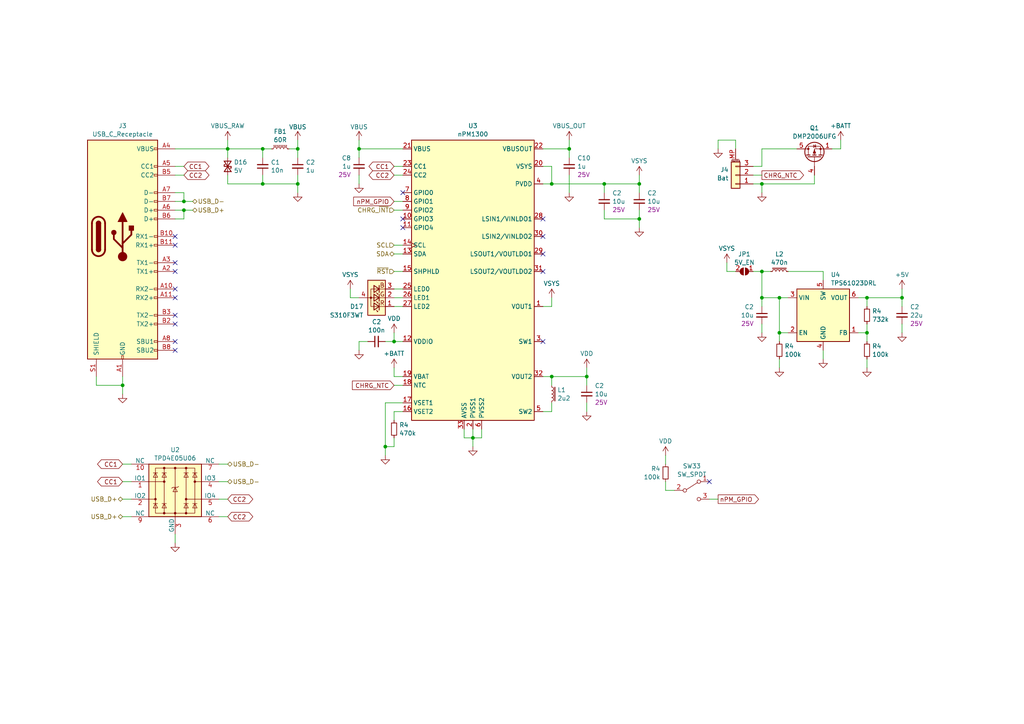
<source format=kicad_sch>
(kicad_sch (version 20230121) (generator eeschema)
  (paper "A4")
  (lib_symbols
    (symbol "Ariamelon-Device:D_TVS_Small" (pin_numbers hide) (pin_names (offset 0.254) hide)
      (property "Reference" "D" (at -0.508 2.032 0))
      (property "Value" "D_TVS_Small" (at -7.112 -2.032 0))
      (symbol "D_TVS_Small_1_1"
        (pin passive line (at -2.54 0 0) (length 1.778) (name "K") (number "1"))
        (pin passive line (at 2.54 0 180) (length 1.778) (name "A") (number "2"))
      )
    )
    (symbol "Ariamelon-Device:LED_ABGR_Small" (pin_names (offset 0) hide)
      (property "Reference" "D" (at 0 9.398 0))
      (property "Value" "LED_ABGR" (at 0 -8.89 0))
      (symbol "LED_ABGR_Small_0_0"
        (text "B" (at -1.6256 -3.6068 0) (effects (font (size 1.27 1.27))))
        (text "G" (at -1.651 -1.016 0) (effects (font (size 1.27 1.27))))
        (text "R" (at -1.651 1.524 0) (effects (font (size 1.27 1.27))))
      )
      (symbol "LED_ABGR_Small_1_1"
        (pin passive line (at -5.08 2.54 0) (length 2.54) (name "RK") (number "1"))
        (pin passive line (at -5.08 0 0) (length 2.54) (name "GK") (number "2"))
        (pin passive line (at -5.08 -2.54 0) (length 2.54) (name "BK") (number "3"))
        (pin passive line (at 5.08 0 180) (length 2.54) (name "A") (number "4"))
      )
    )
    (symbol "Ariamelon-IC:TPD4E05U06" (pin_names (offset 0))
      (property "Reference" "U8" (at 0 12.7 0))
      (property "Value" "TPD4E05U06" (at 0 10.16 0))
      (symbol "TPD4E05U06_1_1"
        (pin bidirectional line (at -12.7 2.54 0) (length 5.08) (name "IO1") (number "1"))
        (pin bidirectional line (at -12.7 7.62 0) (length 5.08) (name "NC") (number "10"))
        (pin bidirectional line (at -12.7 -2.54 0) (length 5.08) (name "IO2") (number "2"))
        (pin power_in line (at 0 -12.7 90) (length 5.08) (name "GND") (number "3"))
        (pin bidirectional line (at 12.7 2.54 180) (length 5.08) (name "IO3") (number "4"))
        (pin bidirectional line (at 12.7 -2.54 180) (length 5.08) (name "IO4") (number "5"))
        (pin bidirectional line (at 12.7 -7.62 180) (length 5.08) (name "NC") (number "6"))
        (pin bidirectional line (at 12.7 7.62 180) (length 5.08) (name "NC") (number "7"))
        (pin power_in line (at 0 -12.7 90) (length 5.08) hide (name "GND") (number "8"))
        (pin bidirectional line (at -12.7 -7.62 0) (length 5.08) (name "NC") (number "9"))
      )
    )
    (symbol "Ariamelon-IC:TPS61023DRL"
      (property "Reference" "U" (at 2.54 12.7 0))
      (property "Value" "TPS61023DRL" (at 2.54 10.16 0))
      (symbol "TPS61023DRL_1_1"
        (pin input line (at 10.16 -5.08 180) (length 2.54) (name "FB") (number "1"))
        (pin input line (at -10.16 -5.08 0) (length 2.54) (name "EN") (number "2"))
        (pin power_in line (at -10.16 5.08 0) (length 2.54) (name "VIN") (number "3"))
        (pin power_in line (at 0 -10.16 90) (length 2.54) (name "GND") (number "4"))
        (pin power_out line (at 0 10.16 270) (length 2.54) (name "SW") (number "5"))
        (pin power_out line (at 10.16 5.08 180) (length 2.54) (name "VOUT") (number "6"))
      )
    )
    (symbol "Ariamelon-IC:nPM1300"
      (property "Reference" "U" (at 0 45.72 0))
      (property "Value" "nPM1300" (at 0 43.18 0))
      (symbol "nPM1300_1_0"
        (pin output line (at -20.32 -5.08 0) (length 2.54) (name "LED1") (number "26"))
        (pin output line (at -20.32 -7.62 0) (length 2.54) (name "LED2") (number "27"))
        (pin power_in line (at 20.32 17.78 180) (length 2.54) (name "LSIN1/VINLDO1") (number "28"))
        (pin power_out line (at 20.32 7.62 180) (length 2.54) (name "LSOUT1/VOUTLDO1") (number "29"))
        (pin power_in line (at 20.32 12.7 180) (length 2.54) (name "LSIN2/VINLDO2") (number "30"))
        (pin power_out line (at 20.32 2.54 180) (length 2.54) (name "LSOUT2/VOUTLDO2") (number "31"))
        (pin power_out line (at 20.32 -27.94 180) (length 2.54) (name "VOUT2") (number "32"))
        (pin power_in line (at -2.54 -43.18 90) (length 2.54) (name "AVSS") (number "33"))
      )
      (symbol "nPM1300_1_1"
        (pin power_out line (at 20.32 -7.62 180) (length 2.54) (name "VOUT1") (number "1"))
        (pin bidirectional line (at -20.32 17.78 0) (length 2.54) (name "GPIO3") (number "10"))
        (pin bidirectional line (at -20.32 15.24 0) (length 2.54) (name "GPIO4") (number "11"))
        (pin power_in line (at -20.32 -17.78 0) (length 2.54) (name "VDDIO") (number "12"))
        (pin bidirectional line (at -20.32 7.62 0) (length 2.54) (name "SDA") (number "13"))
        (pin input clock (at -20.32 10.16 0) (length 2.54) (name "SCL") (number "14"))
        (pin input line (at -20.32 2.54 0) (length 2.54) (name "SHPHLD") (number "15"))
        (pin input line (at -20.32 -38.1 0) (length 2.54) (name "VSET2") (number "16"))
        (pin input line (at -20.32 -35.56 0) (length 2.54) (name "VSET1") (number "17"))
        (pin input line (at -20.32 -30.48 0) (length 2.54) (name "NTC") (number "18"))
        (pin power_in line (at -20.32 -27.94 0) (length 2.54) (name "VBAT") (number "19"))
        (pin power_in line (at 0 -43.18 90) (length 2.54) (name "PVSS1") (number "2"))
        (pin power_out line (at 20.32 33.02 180) (length 2.54) (name "VSYS") (number "20"))
        (pin power_in line (at -20.32 38.1 0) (length 2.54) (name "VBUS") (number "21"))
        (pin power_out line (at 20.32 38.1 180) (length 2.54) (name "VBUSOUT") (number "22"))
        (pin input line (at -20.32 33.02 0) (length 2.54) (name "CC1") (number "23"))
        (pin input line (at -20.32 30.48 0) (length 2.54) (name "CC2") (number "24"))
        (pin output line (at -20.32 -2.54 0) (length 2.54) (name "LED0") (number "25"))
        (pin power_out line (at 20.32 -17.78 180) (length 2.54) (name "SW1") (number "3"))
        (pin power_in line (at 20.32 27.94 180) (length 2.54) (name "PVDD") (number "4"))
        (pin power_out line (at 20.32 -38.1 180) (length 2.54) (name "SW2") (number "5"))
        (pin power_in line (at 2.54 -43.18 90) (length 2.54) (name "PVSS2") (number "6"))
        (pin bidirectional line (at -20.32 25.4 0) (length 2.54) (name "GPIO0") (number "7"))
        (pin bidirectional line (at -20.32 22.86 0) (length 2.54) (name "GPIO1") (number "8"))
        (pin bidirectional line (at -20.32 20.32 0) (length 2.54) (name "GPIO2") (number "9"))
      )
    )
    (symbol "Ariamelon-Power:VBUS_OUT" (power) (pin_names (offset 0))
      (property "Value" "VBUS_OUT" (at 0 3.81 0))
      (symbol "VBUS_OUT_1_1"
        (pin power_in line (at 0 0 90) (length 0) hide (name "VBUS_OUT") (number "1"))
      )
    )
    (symbol "Ariamelon-Power:VBUS_RAW" (power) (pin_names (offset 0))
      (property "Value" "VBUS_RAW" (at 0 3.81 0))
      (symbol "VBUS_RAW_1_1"
        (pin power_in line (at 0 0 90) (length 0) hide (name "VBUS_RAW") (number "1"))
      )
    )
    (symbol "Ariamelon-Power:VSYS" (power) (pin_names (offset 0))
      (property "Value" "VSYS" (at 0 3.81 0))
      (symbol "VSYS_1_1"
        (pin power_in line (at 0 0 90) (length 0) hide (name "VSYS") (number "1"))
      )
    )
    (symbol "Cantaloupe:SolderJumper_2_Open" (pin_names (offset 0) hide)
      (property "Reference" "JP" (at 0 2.032 0))
      (property "Value" "SolderJumper_2_Open" (at 0 -2.54 0))
      (symbol "SolderJumper_2_Open_1_1"
        (pin passive line (at -2.54 0 0) (length 1.27) (name "A") (number "1"))
        (pin passive line (at 2.54 0 180) (length 1.27) (name "B") (number "2"))
      )
    )
    (symbol "Connector:USB_C_Receptacle" (pin_names (offset 1.016))
      (property "Reference" "J" (at -10.16 29.21 0))
      (property "Value" "USB_C_Receptacle" (at 10.16 29.21 0))
      (symbol "USB_C_Receptacle_1_1"
        (pin passive line (at 0 -40.64 90) (length 5.08) (name "GND") (number "A1"))
        (pin bidirectional line (at 15.24 -15.24 180) (length 5.08) (name "RX2-") (number "A10"))
        (pin bidirectional line (at 15.24 -17.78 180) (length 5.08) (name "RX2+") (number "A11"))
        (pin passive line (at 0 -40.64 90) (length 5.08) hide (name "GND") (number "A12"))
        (pin bidirectional line (at 15.24 -10.16 180) (length 5.08) (name "TX1+") (number "A2"))
        (pin bidirectional line (at 15.24 -7.62 180) (length 5.08) (name "TX1-") (number "A3"))
        (pin passive line (at 15.24 25.4 180) (length 5.08) (name "VBUS") (number "A4"))
        (pin bidirectional line (at 15.24 20.32 180) (length 5.08) (name "CC1") (number "A5"))
        (pin bidirectional line (at 15.24 7.62 180) (length 5.08) (name "D+") (number "A6"))
        (pin bidirectional line (at 15.24 12.7 180) (length 5.08) (name "D-") (number "A7"))
        (pin bidirectional line (at 15.24 -30.48 180) (length 5.08) (name "SBU1") (number "A8"))
        (pin passive line (at 15.24 25.4 180) (length 5.08) hide (name "VBUS") (number "A9"))
        (pin passive line (at 0 -40.64 90) (length 5.08) hide (name "GND") (number "B1"))
        (pin bidirectional line (at 15.24 0 180) (length 5.08) (name "RX1-") (number "B10"))
        (pin bidirectional line (at 15.24 -2.54 180) (length 5.08) (name "RX1+") (number "B11"))
        (pin passive line (at 0 -40.64 90) (length 5.08) hide (name "GND") (number "B12"))
        (pin bidirectional line (at 15.24 -25.4 180) (length 5.08) (name "TX2+") (number "B2"))
        (pin bidirectional line (at 15.24 -22.86 180) (length 5.08) (name "TX2-") (number "B3"))
        (pin passive line (at 15.24 25.4 180) (length 5.08) hide (name "VBUS") (number "B4"))
        (pin bidirectional line (at 15.24 17.78 180) (length 5.08) (name "CC2") (number "B5"))
        (pin bidirectional line (at 15.24 5.08 180) (length 5.08) (name "D+") (number "B6"))
        (pin bidirectional line (at 15.24 10.16 180) (length 5.08) (name "D-") (number "B7"))
        (pin bidirectional line (at 15.24 -33.02 180) (length 5.08) (name "SBU2") (number "B8"))
        (pin passive line (at 15.24 25.4 180) (length 5.08) hide (name "VBUS") (number "B9"))
        (pin passive line (at -7.62 -40.64 90) (length 5.08) (name "SHIELD") (number "S1"))
      )
    )
    (symbol "Connector_Generic_MountingPin:Conn_01x03_MountingPin" (pin_names (offset 1.016) hide)
      (property "Reference" "J" (at 0 5.08 0))
      (property "Value" "Conn_01x03_MountingPin" (at 1.27 -5.08 0))
      (symbol "Conn_01x03_MountingPin_1_1"
        (text "Mounting" (at 0 -4.191 0) (effects (font (size 0.381 0.381))))
        (pin passive line (at -5.08 2.54 0) (length 3.81) (name "Pin_1") (number "1"))
        (pin passive line (at -5.08 0 0) (length 3.81) (name "Pin_2") (number "2"))
        (pin passive line (at -5.08 -2.54 0) (length 3.81) (name "Pin_3") (number "3"))
        (pin passive line (at 0 -7.62 90) (length 3.048) (name "MountPin") (number "MP"))
      )
    )
    (symbol "Device:C_Small" (pin_numbers hide) (pin_names (offset 0.254) hide)
      (property "Reference" "C" (at 0.254 1.778 0))
      (property "Value" "C_Small" (at 0.254 -2.032 0))
      (symbol "C_Small_1_1"
        (pin passive line (at 0 2.54 270) (length 2.032) (name "~") (number "1"))
        (pin passive line (at 0 -2.54 90) (length 2.032) (name "~") (number "2"))
      )
    )
    (symbol "Device:L_Ferrite_Small" (pin_numbers hide) (pin_names (offset 0.254) hide)
      (property "Reference" "L" (at 1.27 1.016 0))
      (property "Value" "L_Ferrite_Small" (at 1.27 -1.27 0))
      (symbol "L_Ferrite_Small_1_1"
        (pin passive line (at 0 2.54 270) (length 0.508) (name "~") (number "1"))
        (pin passive line (at 0 -2.54 90) (length 0.508) (name "~") (number "2"))
      )
    )
    (symbol "Device:L_Iron_Small" (pin_numbers hide) (pin_names (offset 0.254) hide)
      (property "Reference" "L" (at 1.27 1.016 0))
      (property "Value" "L_Iron_Small" (at 1.27 -1.27 0))
      (symbol "L_Iron_Small_1_1"
        (pin passive line (at 0 2.54 270) (length 0.508) (name "~") (number "1"))
        (pin passive line (at 0 -2.54 90) (length 0.508) (name "~") (number "2"))
      )
    )
    (symbol "Device:R_Small" (pin_numbers hide) (pin_names (offset 0.254) hide)
      (property "Reference" "R" (at 0.762 0.508 0))
      (property "Value" "R_Small" (at 0.762 -1.016 0))
      (symbol "R_Small_1_1"
        (pin passive line (at 0 2.54 270) (length 0.762) (name "~") (number "1"))
        (pin passive line (at 0 -2.54 90) (length 0.762) (name "~") (number "2"))
      )
    )
    (symbol "Switch:SW_SPDT" (pin_names (offset 0) hide)
      (property "Reference" "SW" (at 0 4.318 0))
      (property "Value" "SW_SPDT" (at 0 -5.08 0))
      (symbol "SW_SPDT_1_1"
        (pin passive line (at 5.08 2.54 180) (length 2.54) (name "A") (number "1"))
        (pin passive line (at -5.08 0 0) (length 2.54) (name "B") (number "2"))
        (pin passive line (at 5.08 -2.54 180) (length 2.54) (name "C") (number "3"))
      )
    )
    (symbol "Transistor_FET:DMP3013SFV" (pin_names hide)
      (property "Reference" "Q" (at 5.08 1.905 0))
      (property "Value" "DMP3013SFV" (at 5.08 0 0))
      (symbol "DMP3013SFV_1_1"
        (pin passive line (at 2.54 -5.08 90) (length 2.54) (name "S") (number "1"))
        (pin passive line (at 2.54 -5.08 90) (length 2.54) hide (name "S") (number "2"))
        (pin passive line (at 2.54 -5.08 90) (length 2.54) hide (name "S") (number "3"))
        (pin passive line (at -5.08 0 0) (length 2.54) (name "G") (number "4"))
        (pin passive line (at 2.54 5.08 270) (length 2.54) (name "D") (number "5"))
      )
    )
    (symbol "power:+5V" (power) (pin_names (offset 0))
      (property "Value" "+5V" (at 0 3.556 0))
      (symbol "+5V_1_1"
        (pin power_in line (at 0 0 90) (length 0) hide (name "+5V") (number "1"))
      )
    )
    (symbol "power:+BATT" (power) (pin_names (offset 0))
      (property "Value" "+BATT" (at 0 3.556 0))
      (symbol "+BATT_1_1"
        (pin power_in line (at 0 0 90) (length 0) hide (name "+BATT") (number "1"))
      )
    )
    (symbol "power:GND" (power) (pin_names (offset 0))
      (property "Value" "GND" (at 0 -3.81 0))
      (symbol "GND_1_1"
        (pin power_in line (at 0 0 270) (length 0) hide (name "GND") (number "1"))
      )
    )
    (symbol "power:VBUS" (power) (pin_names (offset 0))
      (property "Value" "VBUS" (at 0 3.81 0))
      (symbol "VBUS_1_1"
        (pin power_in line (at 0 0 90) (length 0) hide (name "VBUS") (number "1"))
      )
    )
    (symbol "power:VDD" (power) (pin_names (offset 0))
      (property "Value" "VDD" (at 0 3.81 0))
      (symbol "VDD_1_1"
        (pin power_in line (at 0 0 90) (length 0) hide (name "VDD") (number "1"))
      )
    )
  )
  (junction (at 66.04 43.18))
  (junction (at 76.2 53.34))
  (junction (at 165.1 43.18))
  (junction (at 86.36 53.34))
  (junction (at 251.46 96.52))
  (junction (at 86.36 43.18))
  (junction (at 226.06 96.52))
  (junction (at 160.02 109.22))
  (junction (at 170.18 109.22))
  (junction (at 261.62 86.36))
  (junction (at 137.16 127))
  (junction (at 175.26 53.34))
  (junction (at 53.34 60.96))
  (junction (at 185.42 53.34))
  (junction (at 104.14 43.18))
  (junction (at 114.3 99.06))
  (junction (at 160.02 53.34))
  (junction (at 220.98 53.34))
  (junction (at 185.42 63.5))
  (junction (at 35.56 111.76))
  (junction (at 251.46 86.36))
  (junction (at 226.06 86.36))
  (junction (at 111.76 129.54))
  (junction (at 76.2 43.18))
  (junction (at 220.98 86.36))
  (junction (at 220.98 78.74))
  (junction (at 53.34 58.42))
  (no_connect (at 205.74 139.7))
  (no_connect (at 50.8 68.58))
  (no_connect (at 116.84 63.5))
  (no_connect (at 116.84 55.88))
  (no_connect (at 50.8 93.98))
  (no_connect (at 50.8 71.12))
  (no_connect (at 50.8 101.6))
  (no_connect (at 50.8 91.44))
  (no_connect (at 50.8 76.2))
  (no_connect (at 157.48 99.06))
  (no_connect (at 50.8 99.06))
  (no_connect (at 116.84 66.04))
  (no_connect (at 50.8 86.36))
  (no_connect (at 157.48 78.74))
  (no_connect (at 157.48 63.5))
  (no_connect (at 157.48 73.66))
  (no_connect (at 50.8 78.74))
  (no_connect (at 157.48 68.58))
  (no_connect (at 50.8 83.82))
  (wire (pts (xy 53.34 50.8) (xy 50.8 50.8)))
  (wire (pts (xy 101.6 86.36) (xy 104.14 86.36)))
  (wire (pts (xy 261.62 86.36) (xy 251.46 86.36)))
  (wire (pts (xy 175.26 63.5) (xy 175.26 60.96)))
  (wire (pts (xy 170.18 109.22) (xy 170.18 111.76)))
  (wire (pts (xy 114.3 119.38) (xy 114.3 121.92)))
  (wire (pts (xy 53.34 60.96) (xy 55.88 60.96)))
  (wire (pts (xy 66.04 40.64) (xy 66.04 43.18)))
  (wire (pts (xy 226.06 104.14) (xy 226.06 106.68)))
  (wire (pts (xy 114.3 109.22) (xy 114.3 106.68)))
  (wire (pts (xy 86.36 50.8) (xy 86.36 53.34)))
  (wire (pts (xy 238.76 101.6) (xy 238.76 104.14)))
  (wire (pts (xy 63.5 134.62) (xy 66.04 134.62)))
  (wire (pts (xy 66.04 144.78) (xy 63.5 144.78)))
  (wire (pts (xy 226.06 96.52) (xy 228.6 96.52)))
  (wire (pts (xy 76.2 53.34) (xy 86.36 53.34)))
  (wire (pts (xy 165.1 40.64) (xy 165.1 43.18)))
  (wire (pts (xy 185.42 63.5) (xy 185.42 66.04)))
  (wire (pts (xy 114.3 99.06) (xy 116.84 99.06)))
  (wire (pts (xy 210.82 78.74) (xy 213.36 78.74)))
  (wire (pts (xy 114.3 96.52) (xy 114.3 99.06)))
  (wire (pts (xy 114.3 111.76) (xy 116.84 111.76)))
  (wire (pts (xy 220.98 86.36) (xy 220.98 88.9)))
  (wire (pts (xy 114.3 83.82) (xy 116.84 83.82)))
  (wire (pts (xy 137.16 127) (xy 134.62 127)))
  (wire (pts (xy 193.04 139.7) (xy 193.04 142.24)))
  (wire (pts (xy 114.3 109.22) (xy 116.84 109.22)))
  (wire (pts (xy 53.34 58.42) (xy 55.88 58.42)))
  (wire (pts (xy 165.1 50.8) (xy 165.1 55.88)))
  (wire (pts (xy 66.04 43.18) (xy 66.04 45.72)))
  (wire (pts (xy 111.76 116.84) (xy 111.76 129.54)))
  (wire (pts (xy 114.3 73.66) (xy 116.84 73.66)))
  (wire (pts (xy 220.98 43.18) (xy 231.14 43.18)))
  (wire (pts (xy 170.18 106.68) (xy 170.18 109.22)))
  (wire (pts (xy 185.42 63.5) (xy 175.26 63.5)))
  (wire (pts (xy 251.46 86.36) (xy 251.46 88.9)))
  (wire (pts (xy 220.98 78.74) (xy 223.52 78.74)))
  (wire (pts (xy 35.56 109.22) (xy 35.56 111.76)))
  (wire (pts (xy 134.62 124.46) (xy 134.62 127)))
  (wire (pts (xy 38.1 144.78) (xy 35.56 144.78)))
  (wire (pts (xy 251.46 104.14) (xy 251.46 106.68)))
  (wire (pts (xy 251.46 96.52) (xy 251.46 99.06)))
  (wire (pts (xy 76.2 45.72) (xy 76.2 43.18)))
  (wire (pts (xy 185.42 50.8) (xy 185.42 53.34)))
  (wire (pts (xy 50.8 43.18) (xy 66.04 43.18)))
  (wire (pts (xy 139.7 127) (xy 137.16 127)))
  (wire (pts (xy 66.04 50.8) (xy 66.04 53.34)))
  (wire (pts (xy 83.82 43.18) (xy 86.36 43.18)))
  (wire (pts (xy 50.8 60.96) (xy 53.34 60.96)))
  (wire (pts (xy 27.94 109.22) (xy 27.94 111.76)))
  (wire (pts (xy 66.04 149.86) (xy 63.5 149.86)))
  (wire (pts (xy 50.8 55.88) (xy 53.34 55.88)))
  (wire (pts (xy 213.36 40.64) (xy 208.28 40.64)))
  (wire (pts (xy 114.3 60.96) (xy 116.84 60.96)))
  (wire (pts (xy 160.02 48.26) (xy 160.02 53.34)))
  (wire (pts (xy 157.48 88.9) (xy 160.02 88.9)))
  (wire (pts (xy 193.04 142.24) (xy 195.58 142.24)))
  (wire (pts (xy 185.42 53.34) (xy 185.42 55.88)))
  (wire (pts (xy 220.98 48.26) (xy 218.44 48.26)))
  (wire (pts (xy 213.36 40.64) (xy 213.36 43.18)))
  (wire (pts (xy 137.16 124.46) (xy 137.16 127)))
  (wire (pts (xy 116.84 119.38) (xy 114.3 119.38)))
  (wire (pts (xy 157.48 109.22) (xy 160.02 109.22)))
  (wire (pts (xy 157.48 48.26) (xy 160.02 48.26)))
  (wire (pts (xy 101.6 83.82) (xy 101.6 86.36)))
  (wire (pts (xy 226.06 86.36) (xy 226.06 96.52)))
  (wire (pts (xy 248.92 96.52) (xy 251.46 96.52)))
  (wire (pts (xy 114.3 48.26) (xy 116.84 48.26)))
  (wire (pts (xy 160.02 109.22) (xy 170.18 109.22)))
  (wire (pts (xy 114.3 78.74) (xy 116.84 78.74)))
  (wire (pts (xy 193.04 132.08) (xy 193.04 134.62)))
  (wire (pts (xy 86.36 43.18) (xy 86.36 45.72)))
  (wire (pts (xy 111.76 129.54) (xy 111.76 132.08)))
  (wire (pts (xy 226.06 86.36) (xy 228.6 86.36)))
  (wire (pts (xy 228.6 78.74) (xy 238.76 78.74)))
  (wire (pts (xy 220.98 93.98) (xy 220.98 96.52)))
  (wire (pts (xy 137.16 127) (xy 137.16 129.54)))
  (wire (pts (xy 38.1 149.86) (xy 35.56 149.86)))
  (wire (pts (xy 104.14 43.18) (xy 116.84 43.18)))
  (wire (pts (xy 261.62 88.9) (xy 261.62 86.36)))
  (wire (pts (xy 165.1 43.18) (xy 165.1 45.72)))
  (wire (pts (xy 251.46 93.98) (xy 251.46 96.52)))
  (wire (pts (xy 104.14 50.8) (xy 104.14 53.34)))
  (wire (pts (xy 76.2 50.8) (xy 76.2 53.34)))
  (wire (pts (xy 241.3 43.18) (xy 243.84 43.18)))
  (wire (pts (xy 139.7 124.46) (xy 139.7 127)))
  (wire (pts (xy 208.28 40.64) (xy 208.28 43.18)))
  (wire (pts (xy 160.02 109.22) (xy 160.02 111.76)))
  (wire (pts (xy 104.14 99.06) (xy 106.68 99.06)))
  (wire (pts (xy 165.1 43.18) (xy 157.48 43.18)))
  (wire (pts (xy 160.02 53.34) (xy 175.26 53.34)))
  (wire (pts (xy 160.02 116.84) (xy 160.02 119.38)))
  (wire (pts (xy 175.26 53.34) (xy 185.42 53.34)))
  (wire (pts (xy 50.8 63.5) (xy 53.34 63.5)))
  (wire (pts (xy 220.98 78.74) (xy 220.98 86.36)))
  (wire (pts (xy 185.42 63.5) (xy 185.42 60.96)))
  (wire (pts (xy 114.3 86.36) (xy 116.84 86.36)))
  (wire (pts (xy 220.98 43.18) (xy 220.98 48.26)))
  (wire (pts (xy 238.76 78.74) (xy 238.76 81.28)))
  (wire (pts (xy 175.26 53.34) (xy 175.26 55.88)))
  (wire (pts (xy 114.3 88.9) (xy 116.84 88.9)))
  (wire (pts (xy 218.44 53.34) (xy 220.98 53.34)))
  (wire (pts (xy 243.84 40.64) (xy 243.84 43.18)))
  (wire (pts (xy 53.34 55.88) (xy 53.34 58.42)))
  (wire (pts (xy 104.14 40.64) (xy 104.14 43.18)))
  (wire (pts (xy 35.56 139.7) (xy 38.1 139.7)))
  (wire (pts (xy 76.2 43.18) (xy 78.74 43.18)))
  (wire (pts (xy 160.02 86.36) (xy 160.02 88.9)))
  (wire (pts (xy 111.76 99.06) (xy 114.3 99.06)))
  (wire (pts (xy 261.62 83.82) (xy 261.62 86.36)))
  (wire (pts (xy 205.74 144.78) (xy 208.28 144.78)))
  (wire (pts (xy 220.98 53.34) (xy 236.22 53.34)))
  (wire (pts (xy 27.94 111.76) (xy 35.56 111.76)))
  (wire (pts (xy 114.3 50.8) (xy 116.84 50.8)))
  (wire (pts (xy 220.98 53.34) (xy 220.98 55.88)))
  (wire (pts (xy 111.76 116.84) (xy 116.84 116.84)))
  (wire (pts (xy 50.8 154.94) (xy 50.8 157.48)))
  (wire (pts (xy 226.06 96.52) (xy 226.06 99.06)))
  (wire (pts (xy 114.3 129.54) (xy 111.76 129.54)))
  (wire (pts (xy 218.44 78.74) (xy 220.98 78.74)))
  (wire (pts (xy 86.36 53.34) (xy 86.36 55.88)))
  (wire (pts (xy 170.18 116.84) (xy 170.18 119.38)))
  (wire (pts (xy 114.3 71.12) (xy 116.84 71.12)))
  (wire (pts (xy 66.04 53.34) (xy 76.2 53.34)))
  (wire (pts (xy 114.3 127) (xy 114.3 129.54)))
  (wire (pts (xy 220.98 86.36) (xy 226.06 86.36)))
  (wire (pts (xy 218.44 50.8) (xy 220.98 50.8)))
  (wire (pts (xy 236.22 53.34) (xy 236.22 50.8)))
  (wire (pts (xy 261.62 93.98) (xy 261.62 96.52)))
  (wire (pts (xy 35.56 111.76) (xy 35.56 114.3)))
  (wire (pts (xy 50.8 58.42) (xy 53.34 58.42)))
  (wire (pts (xy 114.3 58.42) (xy 116.84 58.42)))
  (wire (pts (xy 157.48 53.34) (xy 160.02 53.34)))
  (wire (pts (xy 248.92 86.36) (xy 251.46 86.36)))
  (wire (pts (xy 210.82 76.2) (xy 210.82 78.74)))
  (wire (pts (xy 53.34 48.26) (xy 50.8 48.26)))
  (wire (pts (xy 104.14 99.06) (xy 104.14 101.6)))
  (wire (pts (xy 35.56 134.62) (xy 38.1 134.62)))
  (wire (pts (xy 63.5 139.7) (xy 66.04 139.7)))
  (wire (pts (xy 86.36 40.64) (xy 86.36 43.18)))
  (wire (pts (xy 160.02 119.38) (xy 157.48 119.38)))
  (wire (pts (xy 104.14 43.18) (xy 104.14 45.72)))
  (wire (pts (xy 53.34 60.96) (xy 53.34 63.5)))
  (wire (pts (xy 66.04 43.18) (xy 76.2 43.18)))
  (global_label "CC1" (shape bidirectional) (at 114.3 48.26 180) (property "Intersheetrefs" "${INTERSHEET_REFS}" (effects hide)))
  (global_label "CC2" (shape bidirectional) (at 66.04 149.86 0) (property "Intersheetrefs" "${INTERSHEET_REFS}" (effects hide)))
  (global_label "CC1" (shape bidirectional) (at 53.34 48.26 0) (property "Intersheetrefs" "${INTERSHEET_REFS}" (effects hide)))
  (global_label "CC2" (shape bidirectional) (at 114.3 50.8 180) (property "Intersheetrefs" "${INTERSHEET_REFS}" (effects hide)))
  (global_label "CHRG_NTC" (shape input) (at 114.3 111.76 180) (property "Intersheetrefs" "${INTERSHEET_REFS}" (effects hide)))
  (global_label "CC2" (shape bidirectional) (at 66.04 144.78 0) (property "Intersheetrefs" "${INTERSHEET_REFS}" (effects hide)))
  (global_label "CHRG_NTC" (shape output) (at 220.98 50.8 0) (property "Intersheetrefs" "${INTERSHEET_REFS}" (effects hide)))
  (global_label "CC1" (shape bidirectional) (at 35.56 134.62 180) (property "Intersheetrefs" "${INTERSHEET_REFS}" (effects hide)))
  (global_label "nPM_GPIO" (shape output) (at 208.28 144.78 0) (property "Intersheetrefs" "${INTERSHEET_REFS}" (effects hide)))
  (global_label "CC2" (shape bidirectional) (at 53.34 50.8 0) (property "Intersheetrefs" "${INTERSHEET_REFS}" (effects hide)))
  (global_label "nPM_GPIO" (shape input) (at 114.3 58.42 180) (property "Intersheetrefs" "${INTERSHEET_REFS}" (effects hide)))
  (global_label "CC1" (shape bidirectional) (at 35.56 139.7 180) (property "Intersheetrefs" "${INTERSHEET_REFS}" (effects hide)))
  (hierarchical_label "USB_D-" (shape bidirectional) (at 66.04 134.62 0))
  (hierarchical_label "SCL" (shape input) (at 114.3 71.12 180))
  (hierarchical_label "~{RST}" (shape input) (at 114.3 78.74 180))
  (hierarchical_label "USB_D+" (shape bidirectional) (at 55.88 60.96 0))
  (hierarchical_label "CHRG_~{INT}" (shape input) (at 114.3 60.96 180))
  (hierarchical_label "USB_D-" (shape bidirectional) (at 55.88 58.42 0))
  (hierarchical_label "USB_D+" (shape bidirectional) (at 35.56 149.86 180))
  (hierarchical_label "SDA" (shape bidirectional) (at 114.3 73.66 180))
  (hierarchical_label "USB_D+" (shape bidirectional) (at 35.56 144.78 180))
  (hierarchical_label "USB_D-" (shape bidirectional) (at 66.04 139.7 0))
  (symbol (lib_id "Ariamelon-IC:TPD4E05U06") (at 50.8 142.24 0) (unit 1)
    (property "Reference" "U2" (at 50.8 130.4757 0))
    (property "Value" "TPD4E05U06" (at 50.8 132.8999 0))
    (property "Footprint" "Ariamelon-Package:USON-10_2.5x1.0mm_P0.5mm" (effects hide))
    (property "LCSC" "C138714" (effects hide))
  )
  (symbol (lib_id "Ariamelon-Device:LED_ABGR_Small") (at 109.22 86.36 180) (unit 1)
    (property "Reference" "D17" (at 105.41 88.9 0) (effects (justify left)))
    (property "Value" "S310F3WT" (at 105.41 91.44 0) (effects (justify left)))
    (property "Footprint" "Ariamelon-Device:LED_Lite-On_LTST-S310_3x1.5mm_Horizontal" (effects hide))
    (property "Description" "Side-facing RGB LED" (effects hide))
    (property "LCSC" "C284951" (effects hide))
  )
  (symbol (lib_id "Device:L_Ferrite_Small") (at 81.28 43.18 270) (mirror x) (unit 1)
    (property "Reference" "FB1" (at 81.28 38.1467 90))
    (property "Value" "60R" (at 81.28 40.5709 90))
    (property "Footprint" "Ariamelon-Device:L_0805_2012Metric" (effects hide))
    (property "LCSC" "C18305" (effects hide))
    (property "Description" "60R@100MHz" (effects hide))
  )
  (symbol (lib_id "Ariamelon-Power:VSYS") (at 185.42 50.8 0) (unit 1)
    (property "Reference" "#PWR036" (effects hide))
    (property "Value" "VSYS" (at 185.42 46.6669 0))
  )
  (symbol (lib_id "power:VDD") (at 170.18 106.68 0) (unit 1)
    (property "Reference" "#PWR034" (effects hide))
    (property "Value" "VDD" (at 170.18 102.5469 0))
  )
  (symbol (lib_id "power:VBUS") (at 86.36 40.64 0) (unit 1)
    (property "Reference" "#PWR020" (effects hide))
    (property "Value" "VBUS" (at 86.36 36.83 0))
  )
  (symbol (lib_id "power:GND") (at 208.28 43.18 0) (mirror y) (unit 1)
    (property "Reference" "#PWR?" (effects hide))
    (property "Value" "GND" (effects hide))
    (instances (project "Cantaloupe" (path "" (reference "#PWR?") (unit 1)) (path "" (reference "#PWR038") (unit 1))))
  )
  (symbol (lib_id "Device:C_Small") (at 109.22 99.06 90) (unit 1)
    (property "Reference" "C2" (at 109.2263 93.3536 90))
    (property "Value" "100n" (at 109.2263 95.7778 90))
    (property "Footprint" "Ariamelon-Device:C_0402_1005Metric" (effects hide))
    (property "Description" "0402 capacitor" (effects hide))
    (property "LCSC" "C307331" (effects hide))
    (property "Voltage" "50V" (effects hide))
    (instances (project "Cantaloupe" (path "" (reference "C2") (unit 1)) (path "" (reference "C9") (unit 1))))
  )
  (symbol (lib_id "power:GND") (at 220.98 96.52 0) (unit 1)
    (property "Reference" "#PWR?" (effects hide))
    (property "Value" "GND" (effects hide))
    (instances (project "Cantaloupe" (path "" (reference "#PWR?") (unit 1)) (path "" (reference "#PWR047") (unit 1))))
  )
  (symbol (lib_id "Ariamelon-Power:VSYS") (at 101.6 83.82 0) (unit 1)
    (property "Reference" "#PWR08" (effects hide))
    (property "Value" "VSYS" (at 101.6 79.6869 0))
  )
  (symbol (lib_id "Device:C_Small") (at 185.42 58.42 0) (unit 1)
    (property "Reference" "C2" (at 187.7441 56.0021 0) (effects (justify left)))
    (property "Value" "10u" (at 187.7441 58.4263 0) (effects (justify left)))
    (property "Footprint" "Ariamelon-Device:C_0603_1608Metric" (effects hide))
    (property "Description" "0603 capacitor" (effects hide))
    (property "LCSC" "C96446" (effects hide))
    (property "Voltage" "25V" (at 187.7441 60.8505 0) (effects (justify left)))
    (instances (project "Casaba" (path "" (reference "C2") (unit 1))) (project "Cantaloupe" (path "" (reference "C13") (unit 1))))
  )
  (symbol (lib_id "power:GND") (at 137.16 129.54 0) (unit 1)
    (property "Reference" "#PWR?" (effects hide))
    (property "Value" "GND" (effects hide))
    (instances (project "Cantaloupe" (path "" (reference "#PWR?") (unit 1)) (path "" (reference "#PWR029") (unit 1))))
  )
  (symbol (lib_id "power:GND") (at 220.98 55.88 0) (unit 1)
    (property "Reference" "#PWR?" (effects hide))
    (property "Value" "GND" (effects hide))
    (instances (project "Cantaloupe" (path "" (reference "#PWR?") (unit 1)) (path "" (reference "#PWR048") (unit 1))))
  )
  (symbol (lib_id "Device:R_Small") (at 251.46 91.44 0) (unit 1)
    (property "Reference" "R4" (at 252.9586 90.2279 0) (effects (justify left)))
    (property "Value" "732k" (at 252.9586 92.6521 0) (effects (justify left)))
    (property "Footprint" "Ariamelon-Device:R_0402_1005Metric" (effects hide))
    (property "Description" "0402 resistor" (effects hide))
    (property "LCSC" "C27016" (effects hide))
    (instances (project "Cantaloupe" (path "" (reference "R4") (unit 1)) (path "" (reference "R10") (unit 1))))
  )
  (symbol (lib_id "Ariamelon-IC:TPS61023DRL") (at 238.76 91.44 0) (unit 1)
    (property "Reference" "U4" (at 240.9541 79.6757 0) (effects (justify left)))
    (property "Value" "TPS61023DRL" (at 240.9541 82.0999 0) (effects (justify left)))
    (property "Footprint" "Ariamelon-Package:SOT-563" (effects hide))
    (property "Datasheet" "https://www.ti.com/lit/ds/symlink/tps61023.pdf" (effects hide))
    (property "LCSC" "C919459" (effects hide))
  )
  (symbol (lib_id "Connector_Generic_MountingPin:Conn_01x03_MountingPin") (at 213.36 50.8 180) (unit 1)
    (property "Reference" "J4" (at 211.3281 49.2323 0) (effects (justify left)))
    (property "Value" "Bat" (at 211.3281 51.6565 0) (effects (justify left)))
    (property "Footprint" "Ariamelon-Connector:JST_SH_SM03B-SRSS-TB_1x03-1MP_P1.00mm_Horizontal" (effects hide))
    (property "LCSC" "C160403" (effects hide))
  )
  (symbol (lib_id "power:GND") (at 170.18 119.38 0) (unit 1)
    (property "Reference" "#PWR?" (effects hide))
    (property "Value" "GND" (effects hide))
    (instances (project "Cantaloupe" (path "" (reference "#PWR?") (unit 1)) (path "" (reference "#PWR035") (unit 1))))
  )
  (symbol (lib_id "Switch:SW_SPDT") (at 200.66 142.24 0) (unit 1)
    (property "Reference" "SW33" (at 200.66 135.1747 0))
    (property "Value" "SW_SPDT" (at 200.66 137.5989 0))
    (property "Footprint" "Ariamelon-Switch:SW_CK_SPDT_PCM12" (effects hide))
  )
  (symbol (lib_id "power:GND") (at 86.36 55.88 0) (unit 1)
    (property "Reference" "#PWR?" (effects hide))
    (property "Value" "GND" (effects hide))
    (instances (project "Cantaloupe" (path "" (reference "#PWR?") (unit 1)) (path "" (reference "#PWR021") (unit 1))))
  )
  (symbol (lib_id "Device:C_Small") (at 175.26 58.42 0) (unit 1)
    (property "Reference" "C2" (at 177.5841 56.0021 0) (effects (justify left)))
    (property "Value" "10u" (at 177.5841 58.4263 0) (effects (justify left)))
    (property "Footprint" "Ariamelon-Device:C_0603_1608Metric" (effects hide))
    (property "Description" "0603 capacitor" (effects hide))
    (property "LCSC" "C96446" (effects hide))
    (property "Voltage" "25V" (at 177.5841 60.8505 0) (effects (justify left)))
    (instances (project "Casaba" (path "" (reference "C2") (unit 1))) (project "Cantaloupe" (path "" (reference "C12") (unit 1))))
  )
  (symbol (lib_id "Device:R_Small") (at 114.3 124.46 180) (unit 1)
    (property "Reference" "R4" (at 115.7986 123.2479 0) (effects (justify right)))
    (property "Value" "470k" (at 115.7986 125.6721 0) (effects (justify right)))
    (property "Footprint" "Ariamelon-Device:R_0402_1005Metric" (effects hide))
    (property "Description" "0402 resistor" (effects hide))
    (property "LCSC" "C25790" (effects hide))
  )
  (symbol (lib_id "Device:C_Small") (at 170.18 114.3 0) (unit 1)
    (property "Reference" "C2" (at 172.5041 111.8821 0) (effects (justify left)))
    (property "Value" "10u" (at 172.5041 114.3063 0) (effects (justify left)))
    (property "Footprint" "Ariamelon-Device:C_0603_1608Metric" (effects hide))
    (property "Description" "0603 capacitor" (effects hide))
    (property "LCSC" "C96446" (effects hide))
    (property "Voltage" "25V" (at 172.5041 116.7305 0) (effects (justify left)))
    (instances (project "Casaba" (path "" (reference "C2") (unit 1))) (project "Cantaloupe" (path "" (reference "C11") (unit 1))))
  )
  (symbol (lib_id "power:GND") (at 50.8 157.48 0) (unit 1)
    (property "Reference" "#PWR?" (effects hide))
    (property "Value" "GND" (effects hide))
    (instances (project "Cantaloupe" (path "" (reference "#PWR?") (unit 1)) (path "" (reference "#PWR022") (unit 1))))
  )
  (symbol (lib_id "power:GND") (at 185.42 66.04 0) (unit 1)
    (property "Reference" "#PWR?" (effects hide))
    (property "Value" "GND" (effects hide))
    (instances (project "Cantaloupe" (path "" (reference "#PWR?") (unit 1)) (path "" (reference "#PWR037") (unit 1))))
  )
  (symbol (lib_id "power:GND") (at 111.76 132.08 0) (unit 1)
    (property "Reference" "#PWR?" (effects hide))
    (property "Value" "GND" (effects hide))
    (instances (project "Cantaloupe" (path "" (reference "#PWR?") (unit 1)) (path "" (reference "#PWR026") (unit 1))))
  )
  (symbol (lib_id "power:GND") (at 35.56 114.3 0) (unit 1)
    (property "Reference" "#PWR?" (effects hide))
    (property "Value" "GND" (effects hide))
    (instances (project "Cantaloupe" (path "" (reference "#PWR?") (unit 1)) (path "" (reference "#PWR017") (unit 1))))
  )
  (symbol (lib_id "Device:C_Small") (at 86.36 48.26 0) (unit 1)
    (property "Reference" "C2" (at 88.6968 47.0916 0) (effects (justify left)))
    (property "Value" "1u" (at 88.6968 49.403 0) (effects (justify left)))
    (property "Footprint" "Ariamelon-Device:C_0603_1608Metric" (effects hide))
    (property "Description" "0603 capacitor" (effects hide))
    (property "LCSC" "C15849" (effects hide))
    (property "Voltage" "50V" (effects hide))
    (instances (project "Casaba" (path "" (reference "C2") (unit 1))) (project "Cantaloupe" (path "" (reference "C7") (unit 1))))
  )
  (symbol (lib_id "Device:C_Small") (at 261.62 91.44 0) (unit 1)
    (property "Reference" "C2" (at 263.9441 89.0221 0) (effects (justify left)))
    (property "Value" "22u" (at 263.9441 91.4463 0) (effects (justify left)))
    (property "Footprint" "Ariamelon-Device:C_0805_2012Metric" (effects hide))
    (property "Description" "0805 capacitor" (effects hide))
    (property "LCSC" "C96446" (effects hide))
    (property "Voltage" "25V" (at 263.9441 93.8705 0) (effects (justify left)))
    (instances (project "Casaba" (path "" (reference "C2") (unit 1))) (project "Cantaloupe" (path "" (reference "C17") (unit 1))))
  )
  (symbol (lib_id "power:VDD") (at 193.04 132.08 0) (mirror y) (unit 1)
    (property "Reference" "#PWR041" (effects hide))
    (property "Value" "VDD" (at 193.04 127.9469 0))
  )
  (symbol (lib_id "power:GND") (at 104.14 53.34 0) (unit 1)
    (property "Reference" "#PWR?" (effects hide))
    (property "Value" "GND" (effects hide))
    (instances (project "Cantaloupe" (path "" (reference "#PWR?") (unit 1)) (path "" (reference "#PWR024") (unit 1))))
  )
  (symbol (lib_id "power:GND") (at 261.62 96.52 0) (unit 1)
    (property "Reference" "#PWR?" (effects hide))
    (property "Value" "GND" (effects hide))
    (instances (project "Cantaloupe" (path "" (reference "#PWR?") (unit 1)) (path "" (reference "#PWR056") (unit 1))))
  )
  (symbol (lib_id "Device:C_Small") (at 165.1 48.26 0) (unit 1)
    (property "Reference" "C10" (at 167.4241 45.8421 0) (effects (justify left)))
    (property "Value" "1u" (at 167.4241 48.2663 0) (effects (justify left)))
    (property "Footprint" "Ariamelon-Device:C_0402_1005Metric" (effects hide))
    (property "Description" "0402 capacitor" (effects hide))
    (property "LCSC" "C52923" (effects hide))
    (property "Voltage" "25V" (at 167.4241 50.6905 0) (effects (justify left)))
  )
  (symbol (lib_id "Device:R_Small") (at 251.46 101.6 0) (unit 1)
    (property "Reference" "R4" (at 252.9586 100.3879 0) (effects (justify left)))
    (property "Value" "100k" (at 252.9586 102.8121 0) (effects (justify left)))
    (property "Footprint" "Ariamelon-Device:R_0402_1005Metric" (effects hide))
    (property "Description" "0402 resistor" (effects hide))
    (property "LCSC" "C25741" (effects hide))
    (instances (project "Cantaloupe" (path "" (reference "R4") (unit 1)) (path "" (reference "R11") (unit 1))))
  )
  (symbol (lib_id "Connector:USB_C_Receptacle") (at 35.56 68.58 0) (unit 1)
    (property "Reference" "J3" (at 35.56 36.4957 0))
    (property "Value" "USB_C_Receptacle" (at 35.56 38.9199 0))
    (property "Footprint" "Ariamelon-Connector:Hirose_CX70M-24P1" (effects hide))
    (property "Datasheet" "https://www.usb.org/sites/default/files/documents/usb_type-c.zip" (effects hide))
    (property "LCSC" "C778726" (effects hide))
  )
  (symbol (lib_id "Device:R_Small") (at 226.06 101.6 0) (unit 1)
    (property "Reference" "R4" (at 227.5586 100.3879 0) (effects (justify left)))
    (property "Value" "100k" (at 227.5586 102.8121 0) (effects (justify left)))
    (property "Footprint" "Ariamelon-Device:R_0402_1005Metric" (effects hide))
    (property "Description" "0402 resistor" (effects hide))
    (property "LCSC" "C25741" (effects hide))
    (instances (project "Cantaloupe" (path "" (reference "R4") (unit 1)) (path "" (reference "R9") (unit 1))))
  )
  (symbol (lib_id "Cantaloupe:SolderJumper_2_Open") (at 215.9 78.74 180) (unit 1)
    (property "Reference" "JP1" (at 215.9 73.7067 0))
    (property "Value" "5V_EN" (at 215.9 76.1309 0))
    (property "Footprint" "Jumper:SolderJumper-2_P1.3mm_Open_Pad1.0x1.5mm" (effects hide))
  )
  (symbol (lib_id "power:+BATT") (at 114.3 106.68 0) (unit 1)
    (property "Reference" "#PWR028" (effects hide))
    (property "Value" "+BATT" (at 114.3 102.5469 0))
  )
  (symbol (lib_id "Device:L_Iron_Small") (at 160.02 114.3 0) (unit 1)
    (property "Reference" "L1" (at 161.671 113.0879 0) (effects (justify left)))
    (property "Value" "2u2" (at 161.671 115.5121 0) (effects (justify left)))
    (property "Footprint" "Ariamelon-Device:L_Murata_DFE201610P" (effects hide))
    (property "LCSC" "C307746" (effects hide))
  )
  (symbol (lib_id "Device:R_Small") (at 193.04 137.16 0) (mirror y) (unit 1)
    (property "Reference" "R4" (at 191.5414 135.9479 0) (effects (justify left)))
    (property "Value" "100k" (at 191.5414 138.3721 0) (effects (justify left)))
    (property "Footprint" "Ariamelon-Device:R_0402_1005Metric" (effects hide))
    (property "Description" "0402 resistor" (effects hide))
    (property "LCSC" "C25741" (effects hide))
    (instances (project "Cantaloupe" (path "" (reference "R4") (unit 1)) (path "" (reference "R12") (unit 1))))
  )
  (symbol (lib_id "power:GND") (at 251.46 106.68 0) (unit 1)
    (property "Reference" "#PWR?" (effects hide))
    (property "Value" "GND" (effects hide))
    (instances (project "Cantaloupe" (path "" (reference "#PWR?") (unit 1)) (path "" (reference "#PWR052") (unit 1))))
  )
  (symbol (lib_id "Device:C_Small") (at 220.98 91.44 0) (mirror y) (unit 1)
    (property "Reference" "C2" (at 218.6559 89.0221 0) (effects (justify left)))
    (property "Value" "10u" (at 218.6559 91.4463 0) (effects (justify left)))
    (property "Footprint" "Ariamelon-Device:C_0603_1608Metric" (effects hide))
    (property "Description" "0603 capacitor" (effects hide))
    (property "LCSC" "C96446" (effects hide))
    (property "Voltage" "25V" (at 218.6559 93.8705 0) (effects (justify left)))
    (instances (project "Casaba" (path "" (reference "C2") (unit 1))) (project "Cantaloupe" (path "" (reference "C16") (unit 1))))
  )
  (symbol (lib_id "power:+5V") (at 261.62 83.82 0) (unit 1)
    (property "Reference" "#PWR055" (effects hide))
    (property "Value" "+5V" (at 261.62 79.6869 0))
  )
  (symbol (lib_id "Transistor_FET:DMP3013SFV") (at 236.22 45.72 90) (unit 1)
    (property "Reference" "Q1" (at 236.22 37.1307 90))
    (property "Value" "DMP2006UFG" (at 236.22 39.5549 90))
    (property "Footprint" "Ariamelon-Package:Diodes_PowerDI3333-8" (effects hide))
    (property "Datasheet" "https://www.diodes.com/assets/Datasheets/DMP2006UFGQ.pdf" (effects hide))
    (property "LCSC" "C177035" (effects hide))
  )
  (symbol (lib_id "Ariamelon-Power:VSYS") (at 160.02 86.36 0) (unit 1)
    (property "Reference" "#PWR030" (effects hide))
    (property "Value" "VSYS" (at 160.02 82.2269 0))
  )
  (symbol (lib_id "power:VDD") (at 114.3 96.52 0) (unit 1)
    (property "Reference" "#PWR027" (effects hide))
    (property "Value" "VDD" (at 114.3 92.3869 0))
  )
  (symbol (lib_id "Ariamelon-Device:D_TVS_Small") (at 66.04 48.26 270) (mirror x) (unit 1)
    (property "Reference" "D16" (at 67.818 47.0479 90) (effects (justify left)))
    (property "Value" "5V" (at 67.818 49.4721 90) (effects (justify left)))
    (property "Footprint" "Diode_SMD:D_SOD-523" (effects hide))
    (property "LCSC" "C85708" (effects hide))
    (property "Description" "5V TVS" (effects hide))
  )
  (symbol (lib_id "Ariamelon-Power:VSYS") (at 210.82 76.2 0) (unit 1)
    (property "Reference" "#PWR09" (effects hide))
    (property "Value" "VSYS" (at 210.82 72.0669 0))
  )
  (symbol (lib_id "Ariamelon-Power:VBUS_RAW") (at 66.04 40.64 0) (unit 1)
    (property "Reference" "#PWR018" (effects hide))
    (property "Value" "VBUS_RAW" (at 66.04 36.5069 0))
  )
  (symbol (lib_id "power:GND") (at 238.76 104.14 0) (unit 1)
    (property "Reference" "#PWR?" (effects hide))
    (property "Value" "GND" (effects hide))
    (instances (project "Cantaloupe" (path "" (reference "#PWR?") (unit 1)) (path "" (reference "#PWR050") (unit 1))))
  )
  (symbol (lib_id "Ariamelon-IC:nPM1300") (at 137.16 81.28 0) (unit 1)
    (property "Reference" "U3" (at 137.16 36.4957 0))
    (property "Value" "nPM1300" (at 137.16 38.9199 0))
    (property "Footprint" "Ariamelon-Package:QFN-32-1EP_5x5mm_P0.5mm_EP3.5x3.5mm" (effects hide))
    (property "Datasheet" "https://infocenter.nordicsemi.com/pdf/nPM1300_OPS_v0.7.pdf" (effects hide))
  )
  (symbol (lib_id "power:GND") (at 104.14 101.6 0) (unit 1)
    (property "Reference" "#PWR?" (effects hide))
    (property "Value" "GND" (effects hide))
    (instances (project "Cantaloupe" (path "" (reference "#PWR?") (unit 1)) (path "" (reference "#PWR025") (unit 1))))
  )
  (symbol (lib_id "power:VBUS") (at 104.14 40.64 0) (unit 1)
    (property "Reference" "#PWR019" (effects hide))
    (property "Value" "VBUS" (at 104.14 36.83 0))
  )
  (symbol (lib_id "Device:C_Small") (at 76.2 48.26 180) (unit 1)
    (property "Reference" "C1" (at 78.5368 47.0916 0) (effects (justify right)))
    (property "Value" "10n" (at 78.5368 49.403 0) (effects (justify right)))
    (property "Footprint" "Ariamelon-Device:C_0402_1005Metric" (effects hide))
    (property "Description" "0402 capacitor" (effects hide))
    (property "LCSC" "C15195" (effects hide))
    (property "Voltage" "50V" (effects hide))
    (instances (project "Casaba" (path "" (reference "C1") (unit 1))) (project "Cantaloupe" (path "" (reference "C2") (unit 1)) (path "" (reference "C6") (unit 1))))
  )
  (symbol (lib_id "Device:L_Iron_Small") (at 226.06 78.74 90) (unit 1)
    (property "Reference" "L2" (at 226.06 73.7067 90))
    (property "Value" "470n" (at 226.06 76.1309 90))
    (property "Footprint" "Ariamelon-Device:L_Murata_DFE201610P" (effects hide))
    (property "LCSC" "C161083" (effects hide))
  )
  (symbol (lib_id "power:GND") (at 226.06 106.68 0) (unit 1)
    (property "Reference" "#PWR?" (effects hide))
    (property "Value" "GND" (effects hide))
    (instances (project "Cantaloupe" (path "" (reference "#PWR?") (unit 1)) (path "" (reference "#PWR049") (unit 1))))
  )
  (symbol (lib_id "power:GND") (at 165.1 55.88 0) (unit 1)
    (property "Reference" "#PWR?" (effects hide))
    (property "Value" "GND" (effects hide))
    (instances (project "Cantaloupe" (path "" (reference "#PWR?") (unit 1)) (path "" (reference "#PWR033") (unit 1))))
  )
  (symbol (lib_id "Ariamelon-Power:VBUS_OUT") (at 165.1 40.64 0) (unit 1)
    (property "Reference" "#PWR031" (effects hide))
    (property "Value" "VBUS_OUT" (at 165.1 36.5069 0))
  )
  (symbol (lib_id "Device:C_Small") (at 104.14 48.26 0) (mirror y) (unit 1)
    (property "Reference" "C8" (at 101.8159 45.8421 0) (effects (justify left)))
    (property "Value" "1u" (at 101.8159 48.2663 0) (effects (justify left)))
    (property "Footprint" "Ariamelon-Device:C_0402_1005Metric" (effects hide))
    (property "Description" "0402 capacitor" (effects hide))
    (property "LCSC" "C52923" (effects hide))
    (property "Voltage" "25V" (at 101.8159 50.6905 0) (effects (justify left)))
  )
  (symbol (lib_id "power:+BATT") (at 243.84 40.64 0) (unit 1)
    (property "Reference" "#PWR051" (effects hide))
    (property "Value" "+BATT" (at 243.84 36.5069 0))
  )
)
</source>
